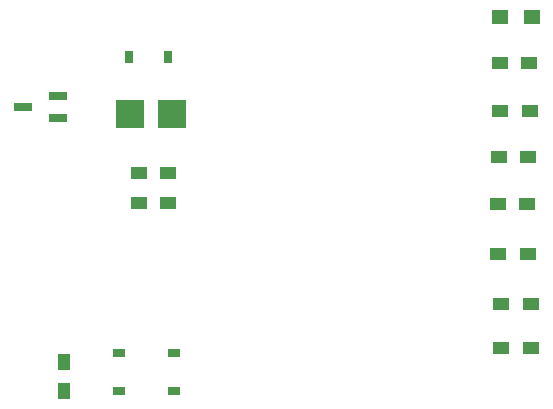
<source format=gbp>
G04 #@! TF.FileFunction,Paste,Bot*
%FSLAX46Y46*%
G04 Gerber Fmt 4.6, Leading zero omitted, Abs format (unit mm)*
G04 Created by KiCad (PCBNEW 4.0.4-1.fc25-product) date Wed Mar 29 04:27:01 2017*
%MOMM*%
%LPD*%
G01*
G04 APERTURE LIST*
%ADD10C,0.100000*%
%ADD11R,1.347600X1.097600*%
%ADD12R,1.097600X1.347600*%
%ADD13R,1.067600X0.757600*%
%ADD14R,0.757600X1.067600*%
%ADD15R,2.347600X2.347600*%
%ADD16R,1.648460X0.647700*%
%ADD17R,1.347600X1.147600*%
G04 APERTURE END LIST*
D10*
D11*
X103773920Y-63281560D03*
X106273920Y-63281560D03*
D12*
X97497900Y-81775620D03*
X97497900Y-79275620D03*
D11*
X136880920Y-58023760D03*
X134380920Y-58023760D03*
X136995220Y-74406760D03*
X134495220Y-74406760D03*
X136830120Y-53959760D03*
X134330120Y-53959760D03*
X103776460Y-65829180D03*
X106276460Y-65829180D03*
X136779320Y-61935360D03*
X134279320Y-61935360D03*
X136687880Y-65933320D03*
X134187880Y-65933320D03*
X136995220Y-78140560D03*
X134495220Y-78140560D03*
X136728520Y-70139560D03*
X134228520Y-70139560D03*
D13*
X102092760Y-78496920D03*
X102092760Y-81766920D03*
D14*
X106257600Y-53492400D03*
X102987600Y-53492400D03*
D13*
X106730800Y-81766920D03*
X106730800Y-78496920D03*
D15*
X106565640Y-58333640D03*
X103065640Y-58333640D03*
D16*
X96979740Y-56774040D03*
X96979740Y-58674040D03*
X93977460Y-57724040D03*
D17*
X134357120Y-50060860D03*
X137057120Y-50060860D03*
M02*

</source>
